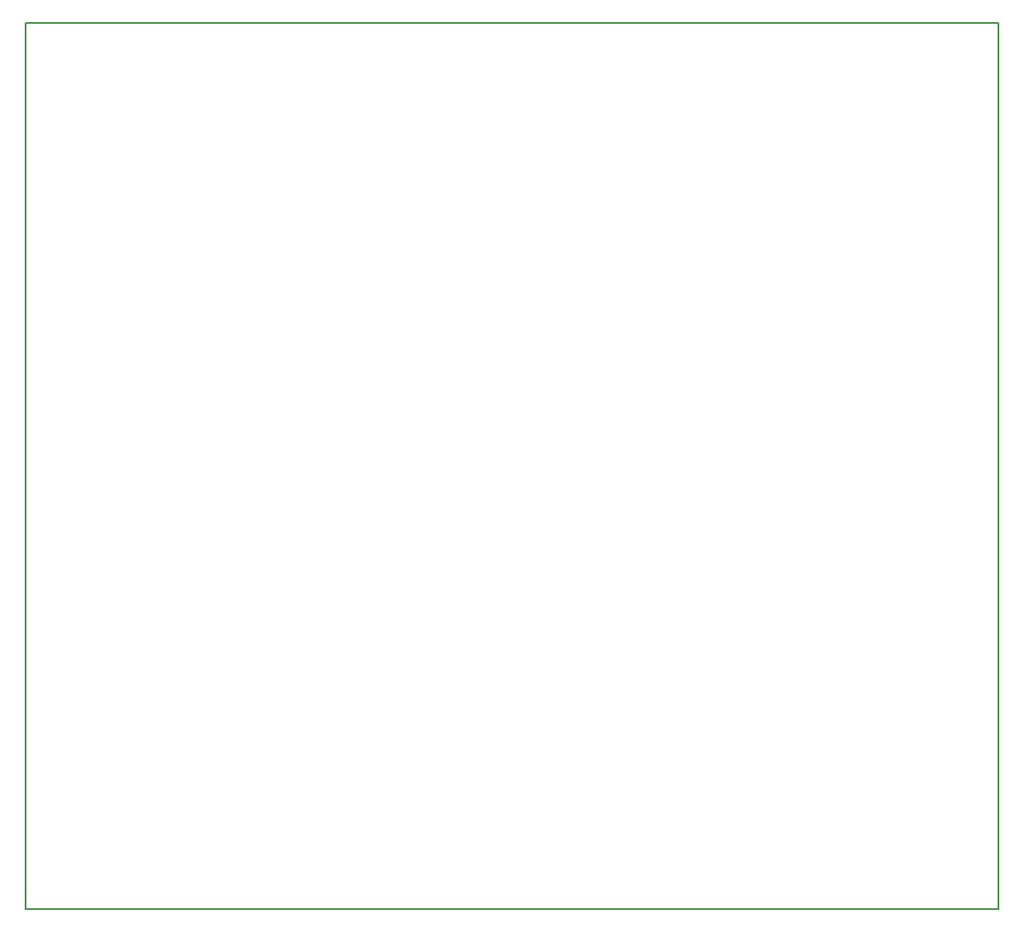
<source format=gbr>
%TF.GenerationSoftware,KiCad,Pcbnew,(6.0.7)*%
%TF.CreationDate,2022-12-21T02:17:17+00:00*%
%TF.ProjectId,CPC464-2MINIDOCK,43504334-3634-42d3-924d-494e49444f43,rev?*%
%TF.SameCoordinates,Original*%
%TF.FileFunction,Profile,NP*%
%FSLAX46Y46*%
G04 Gerber Fmt 4.6, Leading zero omitted, Abs format (unit mm)*
G04 Created by KiCad (PCBNEW (6.0.7)) date 2022-12-21 02:17:17*
%MOMM*%
%LPD*%
G01*
G04 APERTURE LIST*
%TA.AperFunction,Profile*%
%ADD10C,0.150000*%
%TD*%
G04 APERTURE END LIST*
D10*
X33497600Y-21508800D02*
X126868000Y-21508800D01*
X126868000Y-21508800D02*
X126868000Y-106508800D01*
X126868000Y-106508800D02*
X33497600Y-106508800D01*
X33497600Y-106508800D02*
X33497600Y-21508800D01*
M02*

</source>
